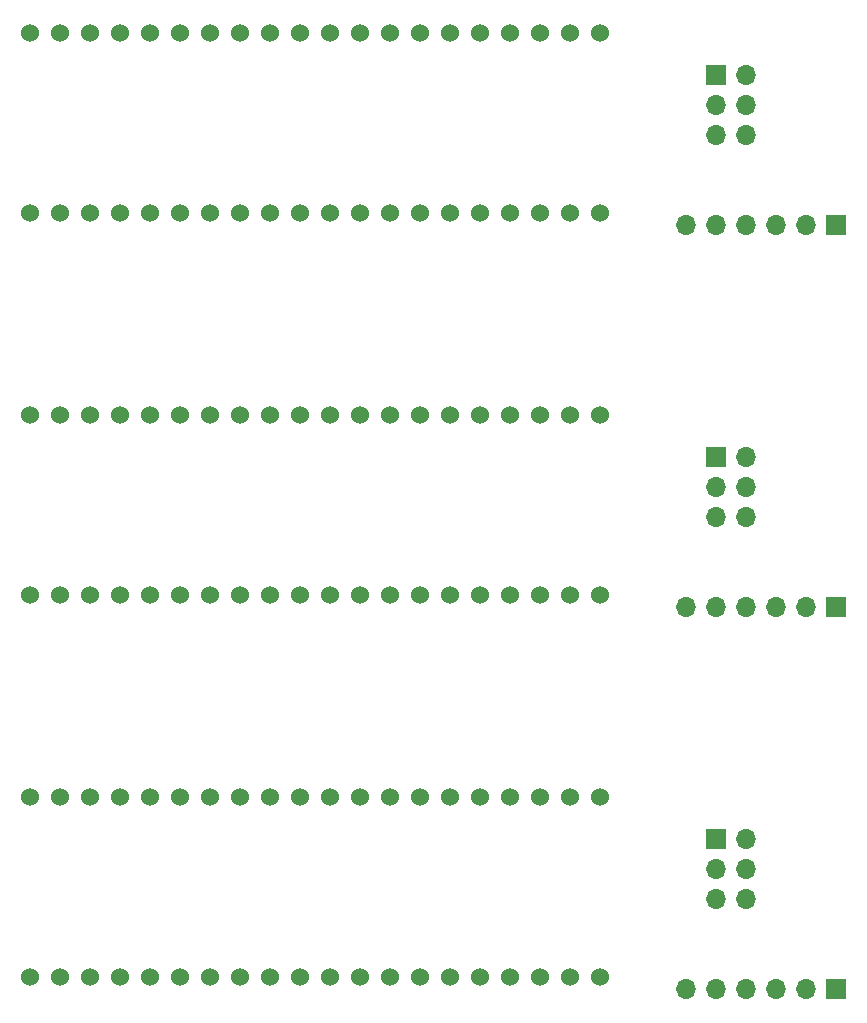
<source format=gbs>
G04 #@! TF.FileFunction,Soldermask,Bot*
%FSLAX46Y46*%
G04 Gerber Fmt 4.6, Leading zero omitted, Abs format (unit mm)*
G04 Created by KiCad (PCBNEW 4.0.6) date Sun May 21 14:11:35 2017*
%MOMM*%
%LPD*%
G01*
G04 APERTURE LIST*
%ADD10C,0.100000*%
%ADD11R,1.700000X1.700000*%
%ADD12O,1.700000X1.700000*%
%ADD13C,1.524000*%
G04 APERTURE END LIST*
D10*
D11*
X144780000Y-80010000D03*
D12*
X147320000Y-80010000D03*
X144780000Y-82550000D03*
X147320000Y-82550000D03*
X144780000Y-85090000D03*
X147320000Y-85090000D03*
D13*
X86635001Y-91715001D03*
X89175001Y-91715001D03*
X91715001Y-91715001D03*
X94255001Y-91715001D03*
X96795001Y-91715001D03*
X99335001Y-91715001D03*
X101875001Y-91715001D03*
X104415001Y-91715001D03*
X106955001Y-91715001D03*
X109495001Y-91715001D03*
X112035001Y-91715001D03*
X114575001Y-91715001D03*
X117115001Y-91715001D03*
X119655001Y-91715001D03*
X122195001Y-91715001D03*
X124735001Y-91715001D03*
X127275001Y-91715001D03*
X129815001Y-91715001D03*
X132355001Y-91715001D03*
X134895001Y-91715001D03*
X134895001Y-76475001D03*
X132355001Y-76475001D03*
X129815001Y-76475001D03*
X127275001Y-76475001D03*
X124735001Y-76475001D03*
X122195001Y-76475001D03*
X119655001Y-76475001D03*
X117115001Y-76475001D03*
X114575001Y-76475001D03*
X112035001Y-76475001D03*
X109495001Y-76475001D03*
X106955001Y-76475001D03*
X104415001Y-76475001D03*
X101875001Y-76475001D03*
X99335001Y-76475001D03*
X96795001Y-76475001D03*
X94255001Y-76475001D03*
X91715001Y-76475001D03*
X89175001Y-76475001D03*
X86635001Y-76475001D03*
D11*
X154940000Y-92710000D03*
D12*
X152400000Y-92710000D03*
X149860000Y-92710000D03*
X147320000Y-92710000D03*
X144780000Y-92710000D03*
X142240000Y-92710000D03*
D11*
X144780000Y-112350000D03*
D12*
X147320000Y-112350000D03*
X144780000Y-114890000D03*
X147320000Y-114890000D03*
X144780000Y-117430000D03*
X147320000Y-117430000D03*
D13*
X86635001Y-124055001D03*
X89175001Y-124055001D03*
X91715001Y-124055001D03*
X94255001Y-124055001D03*
X96795001Y-124055001D03*
X99335001Y-124055001D03*
X101875001Y-124055001D03*
X104415001Y-124055001D03*
X106955001Y-124055001D03*
X109495001Y-124055001D03*
X112035001Y-124055001D03*
X114575001Y-124055001D03*
X117115001Y-124055001D03*
X119655001Y-124055001D03*
X122195001Y-124055001D03*
X124735001Y-124055001D03*
X127275001Y-124055001D03*
X129815001Y-124055001D03*
X132355001Y-124055001D03*
X134895001Y-124055001D03*
X134895001Y-108815001D03*
X132355001Y-108815001D03*
X129815001Y-108815001D03*
X127275001Y-108815001D03*
X124735001Y-108815001D03*
X122195001Y-108815001D03*
X119655001Y-108815001D03*
X117115001Y-108815001D03*
X114575001Y-108815001D03*
X112035001Y-108815001D03*
X109495001Y-108815001D03*
X106955001Y-108815001D03*
X104415001Y-108815001D03*
X101875001Y-108815001D03*
X99335001Y-108815001D03*
X96795001Y-108815001D03*
X94255001Y-108815001D03*
X91715001Y-108815001D03*
X89175001Y-108815001D03*
X86635001Y-108815001D03*
D11*
X154940000Y-125050000D03*
D12*
X152400000Y-125050000D03*
X149860000Y-125050000D03*
X147320000Y-125050000D03*
X144780000Y-125050000D03*
X142240000Y-125050000D03*
D11*
X144780000Y-47670000D03*
D12*
X147320000Y-47670000D03*
X144780000Y-50210000D03*
X147320000Y-50210000D03*
X144780000Y-52750000D03*
X147320000Y-52750000D03*
D13*
X86635001Y-59375001D03*
X89175001Y-59375001D03*
X91715001Y-59375001D03*
X94255001Y-59375001D03*
X96795001Y-59375001D03*
X99335001Y-59375001D03*
X101875001Y-59375001D03*
X104415001Y-59375001D03*
X106955001Y-59375001D03*
X109495001Y-59375001D03*
X112035001Y-59375001D03*
X114575001Y-59375001D03*
X117115001Y-59375001D03*
X119655001Y-59375001D03*
X122195001Y-59375001D03*
X124735001Y-59375001D03*
X127275001Y-59375001D03*
X129815001Y-59375001D03*
X132355001Y-59375001D03*
X134895001Y-59375001D03*
X134895001Y-44135001D03*
X132355001Y-44135001D03*
X129815001Y-44135001D03*
X127275001Y-44135001D03*
X124735001Y-44135001D03*
X122195001Y-44135001D03*
X119655001Y-44135001D03*
X117115001Y-44135001D03*
X114575001Y-44135001D03*
X112035001Y-44135001D03*
X109495001Y-44135001D03*
X106955001Y-44135001D03*
X104415001Y-44135001D03*
X101875001Y-44135001D03*
X99335001Y-44135001D03*
X96795001Y-44135001D03*
X94255001Y-44135001D03*
X91715001Y-44135001D03*
X89175001Y-44135001D03*
X86635001Y-44135001D03*
D11*
X154940000Y-60370000D03*
D12*
X152400000Y-60370000D03*
X149860000Y-60370000D03*
X147320000Y-60370000D03*
X144780000Y-60370000D03*
X142240000Y-60370000D03*
M02*

</source>
